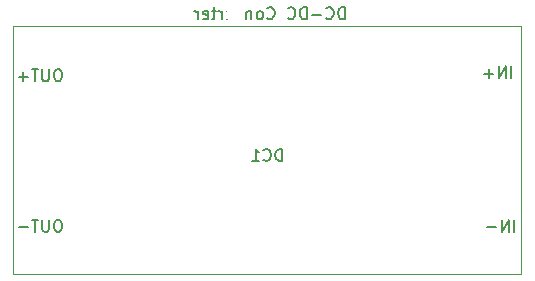
<source format=gbo>
G04 #@! TF.GenerationSoftware,KiCad,Pcbnew,(5.1.5)-3*
G04 #@! TF.CreationDate,2021-07-03T20:54:04-04:00*
G04 #@! TF.ProjectId,LukeCopy,4c756b65-436f-4707-992e-6b696361645f,rev?*
G04 #@! TF.SameCoordinates,Original*
G04 #@! TF.FileFunction,Legend,Bot*
G04 #@! TF.FilePolarity,Positive*
%FSLAX46Y46*%
G04 Gerber Fmt 4.6, Leading zero omitted, Abs format (unit mm)*
G04 Created by KiCad (PCBNEW (5.1.5)-3) date 2021-07-03 20:54:04*
%MOMM*%
%LPD*%
G04 APERTURE LIST*
%ADD10C,0.120000*%
%ADD11C,0.150000*%
%ADD12C,3.102000*%
%ADD13R,3.102000X3.102000*%
%ADD14O,1.702000X1.702000*%
%ADD15R,1.702000X1.702000*%
%ADD16O,1.502000X1.502000*%
%ADD17C,1.502000*%
%ADD18C,1.702000*%
%ADD19C,2.102000*%
%ADD20C,0.100000*%
%ADD21R,3.602000X3.602000*%
%ADD22C,1.626000*%
G04 APERTURE END LIST*
D10*
X92250000Y-86000000D02*
X135250000Y-86000000D01*
X92250000Y-107000000D02*
X92250000Y-86000000D01*
X135250000Y-107000000D02*
X92250000Y-107000000D01*
X135250000Y-86000000D02*
X135250000Y-107000000D01*
D11*
X114988095Y-97452380D02*
X114988095Y-96452380D01*
X114750000Y-96452380D01*
X114607142Y-96500000D01*
X114511904Y-96595238D01*
X114464285Y-96690476D01*
X114416666Y-96880952D01*
X114416666Y-97023809D01*
X114464285Y-97214285D01*
X114511904Y-97309523D01*
X114607142Y-97404761D01*
X114750000Y-97452380D01*
X114988095Y-97452380D01*
X113416666Y-97357142D02*
X113464285Y-97404761D01*
X113607142Y-97452380D01*
X113702380Y-97452380D01*
X113845238Y-97404761D01*
X113940476Y-97309523D01*
X113988095Y-97214285D01*
X114035714Y-97023809D01*
X114035714Y-96880952D01*
X113988095Y-96690476D01*
X113940476Y-96595238D01*
X113845238Y-96500000D01*
X113702380Y-96452380D01*
X113607142Y-96452380D01*
X113464285Y-96500000D01*
X113416666Y-96547619D01*
X112464285Y-97452380D02*
X113035714Y-97452380D01*
X112750000Y-97452380D02*
X112750000Y-96452380D01*
X112845238Y-96595238D01*
X112940476Y-96690476D01*
X113035714Y-96738095D01*
X96119047Y-102452380D02*
X95928571Y-102452380D01*
X95833333Y-102500000D01*
X95738095Y-102595238D01*
X95690476Y-102785714D01*
X95690476Y-103119047D01*
X95738095Y-103309523D01*
X95833333Y-103404761D01*
X95928571Y-103452380D01*
X96119047Y-103452380D01*
X96214285Y-103404761D01*
X96309523Y-103309523D01*
X96357142Y-103119047D01*
X96357142Y-102785714D01*
X96309523Y-102595238D01*
X96214285Y-102500000D01*
X96119047Y-102452380D01*
X95261904Y-102452380D02*
X95261904Y-103261904D01*
X95214285Y-103357142D01*
X95166666Y-103404761D01*
X95071428Y-103452380D01*
X94880952Y-103452380D01*
X94785714Y-103404761D01*
X94738095Y-103357142D01*
X94690476Y-103261904D01*
X94690476Y-102452380D01*
X94357142Y-102452380D02*
X93785714Y-102452380D01*
X94071428Y-103452380D02*
X94071428Y-102452380D01*
X93452380Y-103071428D02*
X92690476Y-103071428D01*
X96119047Y-89702380D02*
X95928571Y-89702380D01*
X95833333Y-89750000D01*
X95738095Y-89845238D01*
X95690476Y-90035714D01*
X95690476Y-90369047D01*
X95738095Y-90559523D01*
X95833333Y-90654761D01*
X95928571Y-90702380D01*
X96119047Y-90702380D01*
X96214285Y-90654761D01*
X96309523Y-90559523D01*
X96357142Y-90369047D01*
X96357142Y-90035714D01*
X96309523Y-89845238D01*
X96214285Y-89750000D01*
X96119047Y-89702380D01*
X95261904Y-89702380D02*
X95261904Y-90511904D01*
X95214285Y-90607142D01*
X95166666Y-90654761D01*
X95071428Y-90702380D01*
X94880952Y-90702380D01*
X94785714Y-90654761D01*
X94738095Y-90607142D01*
X94690476Y-90511904D01*
X94690476Y-89702380D01*
X94357142Y-89702380D02*
X93785714Y-89702380D01*
X94071428Y-90702380D02*
X94071428Y-89702380D01*
X93452380Y-90321428D02*
X92690476Y-90321428D01*
X93071428Y-90702380D02*
X93071428Y-89940476D01*
X134642857Y-103452380D02*
X134642857Y-102452380D01*
X134166666Y-103452380D02*
X134166666Y-102452380D01*
X133595238Y-103452380D01*
X133595238Y-102452380D01*
X133119047Y-103071428D02*
X132357142Y-103071428D01*
X134392857Y-90452380D02*
X134392857Y-89452380D01*
X133916666Y-90452380D02*
X133916666Y-89452380D01*
X133345238Y-90452380D01*
X133345238Y-89452380D01*
X132869047Y-90071428D02*
X132107142Y-90071428D01*
X132488095Y-90452380D02*
X132488095Y-89690476D01*
X120309523Y-85452380D02*
X120309523Y-84452380D01*
X120071428Y-84452380D01*
X119928571Y-84500000D01*
X119833333Y-84595238D01*
X119785714Y-84690476D01*
X119738095Y-84880952D01*
X119738095Y-85023809D01*
X119785714Y-85214285D01*
X119833333Y-85309523D01*
X119928571Y-85404761D01*
X120071428Y-85452380D01*
X120309523Y-85452380D01*
X118738095Y-85357142D02*
X118785714Y-85404761D01*
X118928571Y-85452380D01*
X119023809Y-85452380D01*
X119166666Y-85404761D01*
X119261904Y-85309523D01*
X119309523Y-85214285D01*
X119357142Y-85023809D01*
X119357142Y-84880952D01*
X119309523Y-84690476D01*
X119261904Y-84595238D01*
X119166666Y-84500000D01*
X119023809Y-84452380D01*
X118928571Y-84452380D01*
X118785714Y-84500000D01*
X118738095Y-84547619D01*
X118309523Y-85071428D02*
X117547619Y-85071428D01*
X117071428Y-85452380D02*
X117071428Y-84452380D01*
X116833333Y-84452380D01*
X116690476Y-84500000D01*
X116595238Y-84595238D01*
X116547619Y-84690476D01*
X116500000Y-84880952D01*
X116500000Y-85023809D01*
X116547619Y-85214285D01*
X116595238Y-85309523D01*
X116690476Y-85404761D01*
X116833333Y-85452380D01*
X117071428Y-85452380D01*
X115500000Y-85357142D02*
X115547619Y-85404761D01*
X115690476Y-85452380D01*
X115785714Y-85452380D01*
X115928571Y-85404761D01*
X116023809Y-85309523D01*
X116071428Y-85214285D01*
X116119047Y-85023809D01*
X116119047Y-84880952D01*
X116071428Y-84690476D01*
X116023809Y-84595238D01*
X115928571Y-84500000D01*
X115785714Y-84452380D01*
X115690476Y-84452380D01*
X115547619Y-84500000D01*
X115500000Y-84547619D01*
X113738095Y-85357142D02*
X113785714Y-85404761D01*
X113928571Y-85452380D01*
X114023809Y-85452380D01*
X114166666Y-85404761D01*
X114261904Y-85309523D01*
X114309523Y-85214285D01*
X114357142Y-85023809D01*
X114357142Y-84880952D01*
X114309523Y-84690476D01*
X114261904Y-84595238D01*
X114166666Y-84500000D01*
X114023809Y-84452380D01*
X113928571Y-84452380D01*
X113785714Y-84500000D01*
X113738095Y-84547619D01*
X113166666Y-85452380D02*
X113261904Y-85404761D01*
X113309523Y-85357142D01*
X113357142Y-85261904D01*
X113357142Y-84976190D01*
X113309523Y-84880952D01*
X113261904Y-84833333D01*
X113166666Y-84785714D01*
X113023809Y-84785714D01*
X112928571Y-84833333D01*
X112880952Y-84880952D01*
X112833333Y-84976190D01*
X112833333Y-85261904D01*
X112880952Y-85357142D01*
X112928571Y-85404761D01*
X113023809Y-85452380D01*
X113166666Y-85452380D01*
X112404761Y-84785714D02*
X112404761Y-85452380D01*
X112404761Y-84880952D02*
X112357142Y-84833333D01*
X112261904Y-84785714D01*
X112119047Y-84785714D01*
X112023809Y-84833333D01*
X111976190Y-84928571D01*
X111976190Y-85452380D01*
X111595238Y-84785714D02*
X111357142Y-85452380D01*
X111119047Y-84785714D01*
X110357142Y-85404761D02*
X110452380Y-85452380D01*
X110642857Y-85452380D01*
X110738095Y-85404761D01*
X110785714Y-85309523D01*
X110785714Y-84928571D01*
X110738095Y-84833333D01*
X110642857Y-84785714D01*
X110452380Y-84785714D01*
X110357142Y-84833333D01*
X110309523Y-84928571D01*
X110309523Y-85023809D01*
X110785714Y-85119047D01*
X109880952Y-85452380D02*
X109880952Y-84785714D01*
X109880952Y-84976190D02*
X109833333Y-84880952D01*
X109785714Y-84833333D01*
X109690476Y-84785714D01*
X109595238Y-84785714D01*
X109404761Y-84785714D02*
X109023809Y-84785714D01*
X109261904Y-84452380D02*
X109261904Y-85309523D01*
X109214285Y-85404761D01*
X109119047Y-85452380D01*
X109023809Y-85452380D01*
X108309523Y-85404761D02*
X108404761Y-85452380D01*
X108595238Y-85452380D01*
X108690476Y-85404761D01*
X108738095Y-85309523D01*
X108738095Y-84928571D01*
X108690476Y-84833333D01*
X108595238Y-84785714D01*
X108404761Y-84785714D01*
X108309523Y-84833333D01*
X108261904Y-84928571D01*
X108261904Y-85023809D01*
X108738095Y-85119047D01*
X107833333Y-85452380D02*
X107833333Y-84785714D01*
X107833333Y-84976190D02*
X107785714Y-84880952D01*
X107738095Y-84833333D01*
X107642857Y-84785714D01*
X107547619Y-84785714D01*
%LPC*%
D12*
X130000000Y-112240000D03*
X130000000Y-97000000D03*
X124160000Y-113000000D03*
X119080000Y-113000000D03*
D13*
X114000000Y-113000000D03*
D12*
X108080000Y-113000000D03*
D13*
X103000000Y-113000000D03*
D14*
X110620000Y-93000000D03*
X103000000Y-100620000D03*
X110620000Y-95540000D03*
X103000000Y-98080000D03*
X110620000Y-98080000D03*
X103000000Y-95540000D03*
X110620000Y-100620000D03*
D15*
X103000000Y-93000000D03*
D16*
X103380000Y-85000000D03*
D17*
X111000000Y-85000000D03*
D14*
X115840000Y-93000000D03*
D18*
X126000000Y-93000000D03*
D16*
X90380000Y-85000000D03*
D17*
X98000000Y-85000000D03*
D19*
X97800000Y-93700000D03*
D12*
X90000000Y-89900000D03*
X90000000Y-97500000D03*
D20*
G36*
X92988764Y-111903336D02*
G01*
X93076179Y-111916303D01*
X93161901Y-111937775D01*
X93245106Y-111967546D01*
X93324993Y-112005330D01*
X93400791Y-112050762D01*
X93471771Y-112103404D01*
X93537250Y-112162750D01*
X93596596Y-112228229D01*
X93649238Y-112299209D01*
X93694670Y-112375007D01*
X93732454Y-112454894D01*
X93762225Y-112538099D01*
X93783697Y-112623821D01*
X93796664Y-112711236D01*
X93801000Y-112799500D01*
X93801000Y-114600500D01*
X93796664Y-114688764D01*
X93783697Y-114776179D01*
X93762225Y-114861901D01*
X93732454Y-114945106D01*
X93694670Y-115024993D01*
X93649238Y-115100791D01*
X93596596Y-115171771D01*
X93537250Y-115237250D01*
X93471771Y-115296596D01*
X93400791Y-115349238D01*
X93324993Y-115394670D01*
X93245106Y-115432454D01*
X93161901Y-115462225D01*
X93076179Y-115483697D01*
X92988764Y-115496664D01*
X92900500Y-115501000D01*
X91099500Y-115501000D01*
X91011236Y-115496664D01*
X90923821Y-115483697D01*
X90838099Y-115462225D01*
X90754894Y-115432454D01*
X90675007Y-115394670D01*
X90599209Y-115349238D01*
X90528229Y-115296596D01*
X90462750Y-115237250D01*
X90403404Y-115171771D01*
X90350762Y-115100791D01*
X90305330Y-115024993D01*
X90267546Y-114945106D01*
X90237775Y-114861901D01*
X90216303Y-114776179D01*
X90203336Y-114688764D01*
X90199000Y-114600500D01*
X90199000Y-112799500D01*
X90203336Y-112711236D01*
X90216303Y-112623821D01*
X90237775Y-112538099D01*
X90267546Y-112454894D01*
X90305330Y-112375007D01*
X90350762Y-112299209D01*
X90403404Y-112228229D01*
X90462750Y-112162750D01*
X90528229Y-112103404D01*
X90599209Y-112050762D01*
X90675007Y-112005330D01*
X90754894Y-111967546D01*
X90838099Y-111937775D01*
X90923821Y-111916303D01*
X91011236Y-111903336D01*
X91099500Y-111899000D01*
X92900500Y-111899000D01*
X92988764Y-111903336D01*
G37*
G36*
X89851512Y-107202734D02*
G01*
X89926793Y-107213901D01*
X90000616Y-107232393D01*
X90072271Y-107258031D01*
X90141068Y-107290570D01*
X90206345Y-107329695D01*
X90267472Y-107375030D01*
X90323861Y-107426139D01*
X90374970Y-107482528D01*
X90420305Y-107543655D01*
X90459430Y-107608932D01*
X90491969Y-107677729D01*
X90517607Y-107749384D01*
X90536099Y-107823207D01*
X90547266Y-107898488D01*
X90551000Y-107974500D01*
X90551000Y-110025500D01*
X90547266Y-110101512D01*
X90536099Y-110176793D01*
X90517607Y-110250616D01*
X90491969Y-110322271D01*
X90459430Y-110391068D01*
X90420305Y-110456345D01*
X90374970Y-110517472D01*
X90323861Y-110573861D01*
X90267472Y-110624970D01*
X90206345Y-110670305D01*
X90141068Y-110709430D01*
X90072271Y-110741969D01*
X90000616Y-110767607D01*
X89926793Y-110786099D01*
X89851512Y-110797266D01*
X89775500Y-110801000D01*
X88224500Y-110801000D01*
X88148488Y-110797266D01*
X88073207Y-110786099D01*
X87999384Y-110767607D01*
X87927729Y-110741969D01*
X87858932Y-110709430D01*
X87793655Y-110670305D01*
X87732528Y-110624970D01*
X87676139Y-110573861D01*
X87625030Y-110517472D01*
X87579695Y-110456345D01*
X87540570Y-110391068D01*
X87508031Y-110322271D01*
X87482393Y-110250616D01*
X87463901Y-110176793D01*
X87452734Y-110101512D01*
X87449000Y-110025500D01*
X87449000Y-107974500D01*
X87452734Y-107898488D01*
X87463901Y-107823207D01*
X87482393Y-107749384D01*
X87508031Y-107677729D01*
X87540570Y-107608932D01*
X87579695Y-107543655D01*
X87625030Y-107482528D01*
X87676139Y-107426139D01*
X87732528Y-107375030D01*
X87793655Y-107329695D01*
X87858932Y-107290570D01*
X87927729Y-107258031D01*
X87999384Y-107232393D01*
X88073207Y-107213901D01*
X88148488Y-107202734D01*
X88224500Y-107199000D01*
X89775500Y-107199000D01*
X89851512Y-107202734D01*
G37*
D21*
X95000000Y-109000000D03*
D22*
X133500000Y-88000000D03*
X133500000Y-105000000D03*
X94000000Y-105000000D03*
X94000000Y-88000000D03*
D18*
X122500000Y-100000000D03*
X117500000Y-100000000D03*
X124500000Y-85000000D03*
D15*
X122000000Y-85000000D03*
M02*

</source>
